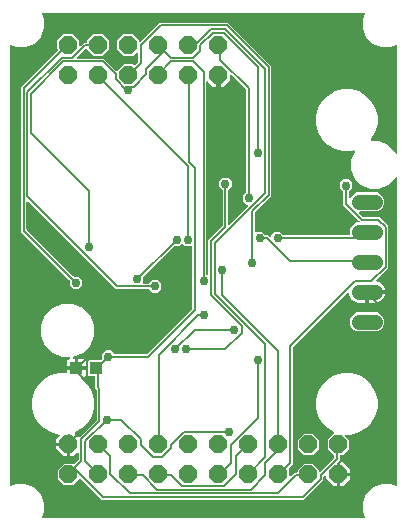
<source format=gbr>
G04 EAGLE Gerber RS-274X export*
G75*
%MOMM*%
%FSLAX34Y34*%
%LPD*%
%INBottom Copper*%
%IPPOS*%
%AMOC8*
5,1,8,0,0,1.08239X$1,22.5*%
G01*
%ADD10R,1.100000X1.000000*%
%ADD11P,1.649562X8X202.500000*%
%ADD12C,1.308000*%
%ADD13P,1.649562X8X22.500000*%
%ADD14C,0.152400*%
%ADD15C,0.756400*%

G36*
X310844Y10930D02*
X310844Y10930D01*
X310890Y10928D01*
X310965Y10950D01*
X311042Y10962D01*
X311082Y10984D01*
X311126Y10997D01*
X311190Y11041D01*
X311259Y11078D01*
X311291Y11111D01*
X311328Y11137D01*
X311375Y11200D01*
X311428Y11256D01*
X311448Y11298D01*
X311475Y11334D01*
X311499Y11408D01*
X311532Y11479D01*
X311537Y11525D01*
X311551Y11568D01*
X311550Y11646D01*
X311559Y11723D01*
X311549Y11768D01*
X311549Y11814D01*
X311511Y11946D01*
X311507Y11964D01*
X311504Y11968D01*
X311502Y11975D01*
X309839Y15990D01*
X309839Y24010D01*
X312909Y31420D01*
X318580Y37091D01*
X325990Y40161D01*
X334010Y40161D01*
X338025Y38498D01*
X338069Y38487D01*
X338111Y38468D01*
X338188Y38459D01*
X338264Y38442D01*
X338310Y38446D01*
X338355Y38441D01*
X338432Y38457D01*
X338509Y38465D01*
X338551Y38483D01*
X338596Y38493D01*
X338663Y38533D01*
X338734Y38565D01*
X338768Y38596D01*
X338807Y38619D01*
X338858Y38678D01*
X338915Y38731D01*
X338937Y38771D01*
X338967Y38806D01*
X338996Y38879D01*
X339033Y38947D01*
X339042Y38992D01*
X339059Y39034D01*
X339074Y39170D01*
X339077Y39189D01*
X339076Y39194D01*
X339077Y39201D01*
X339077Y299547D01*
X339062Y299643D01*
X339052Y299740D01*
X339042Y299764D01*
X339038Y299790D01*
X338992Y299876D01*
X338952Y299965D01*
X338935Y299984D01*
X338922Y300007D01*
X338852Y300074D01*
X338786Y300146D01*
X338763Y300159D01*
X338744Y300177D01*
X338656Y300218D01*
X338570Y300265D01*
X338545Y300269D01*
X338521Y300280D01*
X338424Y300291D01*
X338328Y300308D01*
X338302Y300304D01*
X338277Y300307D01*
X338181Y300287D01*
X338085Y300272D01*
X338062Y300261D01*
X338036Y300255D01*
X337953Y300205D01*
X337866Y300161D01*
X337847Y300142D01*
X337825Y300129D01*
X337762Y300055D01*
X337694Y299985D01*
X337678Y299957D01*
X337665Y299942D01*
X337653Y299911D01*
X337613Y299838D01*
X337091Y298580D01*
X331420Y292909D01*
X324010Y289839D01*
X315990Y289839D01*
X308580Y292909D01*
X302909Y298580D01*
X299839Y305990D01*
X299839Y314010D01*
X302921Y321449D01*
X302926Y321471D01*
X302936Y321490D01*
X302954Y321590D01*
X302977Y321689D01*
X302975Y321711D01*
X302979Y321732D01*
X302963Y321833D01*
X302954Y321934D01*
X302945Y321954D01*
X302941Y321976D01*
X302895Y322066D01*
X302854Y322158D01*
X302839Y322175D01*
X302829Y322194D01*
X302756Y322265D01*
X302687Y322340D01*
X302668Y322350D01*
X302652Y322365D01*
X302561Y322409D01*
X302472Y322458D01*
X302450Y322462D01*
X302430Y322472D01*
X302330Y322484D01*
X302230Y322502D01*
X302208Y322499D01*
X302186Y322501D01*
X302020Y322476D01*
X299644Y321839D01*
X292756Y321839D01*
X286102Y323622D01*
X280137Y327066D01*
X275266Y331937D01*
X271822Y337902D01*
X270039Y344556D01*
X270039Y351444D01*
X271822Y358098D01*
X275266Y364063D01*
X280137Y368934D01*
X286102Y372378D01*
X292756Y374161D01*
X299644Y374161D01*
X306298Y372378D01*
X312263Y368934D01*
X317134Y364063D01*
X320578Y358098D01*
X322361Y351444D01*
X322361Y344556D01*
X320578Y337902D01*
X317134Y331937D01*
X316657Y331460D01*
X316615Y331402D01*
X316566Y331350D01*
X316544Y331303D01*
X316514Y331261D01*
X316492Y331192D01*
X316462Y331127D01*
X316457Y331075D01*
X316441Y331025D01*
X316443Y330954D01*
X316435Y330883D01*
X316446Y330832D01*
X316448Y330780D01*
X316472Y330712D01*
X316487Y330642D01*
X316514Y330597D01*
X316532Y330549D01*
X316577Y330493D01*
X316614Y330431D01*
X316653Y330397D01*
X316686Y330357D01*
X316746Y330318D01*
X316801Y330271D01*
X316849Y330252D01*
X316893Y330224D01*
X316962Y330206D01*
X317029Y330179D01*
X317100Y330171D01*
X317131Y330163D01*
X317154Y330165D01*
X317195Y330161D01*
X324010Y330161D01*
X331420Y327091D01*
X337091Y321420D01*
X337613Y320162D01*
X337664Y320079D01*
X337710Y319993D01*
X337729Y319975D01*
X337742Y319953D01*
X337817Y319890D01*
X337888Y319823D01*
X337912Y319812D01*
X337932Y319796D01*
X338023Y319761D01*
X338111Y319720D01*
X338137Y319717D01*
X338161Y319708D01*
X338259Y319703D01*
X338355Y319693D01*
X338381Y319698D01*
X338407Y319697D01*
X338501Y319724D01*
X338596Y319745D01*
X338618Y319758D01*
X338643Y319766D01*
X338723Y319821D01*
X338807Y319871D01*
X338824Y319891D01*
X338845Y319906D01*
X338904Y319984D01*
X338967Y320058D01*
X338977Y320082D01*
X338992Y320103D01*
X339022Y320196D01*
X339059Y320286D01*
X339062Y320319D01*
X339068Y320337D01*
X339068Y320370D01*
X339077Y320453D01*
X339077Y410799D01*
X339070Y410844D01*
X339072Y410890D01*
X339050Y410965D01*
X339038Y411042D01*
X339016Y411082D01*
X339003Y411126D01*
X338959Y411190D01*
X338922Y411259D01*
X338889Y411291D01*
X338863Y411328D01*
X338800Y411375D01*
X338744Y411428D01*
X338702Y411448D01*
X338666Y411475D01*
X338592Y411499D01*
X338521Y411532D01*
X338475Y411537D01*
X338432Y411551D01*
X338354Y411550D01*
X338277Y411559D01*
X338232Y411549D01*
X338186Y411549D01*
X338054Y411511D01*
X338036Y411507D01*
X338032Y411504D01*
X338025Y411502D01*
X334010Y409839D01*
X325990Y409839D01*
X318580Y412909D01*
X312909Y418580D01*
X309839Y425990D01*
X309839Y434010D01*
X311502Y438025D01*
X311513Y438069D01*
X311532Y438111D01*
X311541Y438188D01*
X311558Y438264D01*
X311554Y438310D01*
X311559Y438355D01*
X311543Y438432D01*
X311535Y438509D01*
X311517Y438551D01*
X311507Y438596D01*
X311467Y438663D01*
X311435Y438734D01*
X311404Y438768D01*
X311381Y438807D01*
X311322Y438858D01*
X311269Y438915D01*
X311229Y438937D01*
X311194Y438967D01*
X311121Y438996D01*
X311053Y439033D01*
X311008Y439042D01*
X310966Y439059D01*
X310830Y439074D01*
X310811Y439077D01*
X310806Y439076D01*
X310799Y439077D01*
X39201Y439077D01*
X39156Y439070D01*
X39110Y439072D01*
X39035Y439050D01*
X38958Y439038D01*
X38918Y439016D01*
X38874Y439003D01*
X38810Y438959D01*
X38741Y438922D01*
X38709Y438889D01*
X38672Y438863D01*
X38625Y438800D01*
X38572Y438744D01*
X38552Y438702D01*
X38525Y438666D01*
X38501Y438592D01*
X38468Y438521D01*
X38463Y438475D01*
X38449Y438432D01*
X38450Y438354D01*
X38441Y438277D01*
X38451Y438232D01*
X38451Y438186D01*
X38489Y438054D01*
X38493Y438036D01*
X38496Y438032D01*
X38498Y438025D01*
X40161Y434010D01*
X40161Y425990D01*
X37091Y418580D01*
X31420Y412909D01*
X24010Y409839D01*
X15990Y409839D01*
X11975Y411502D01*
X11931Y411513D01*
X11889Y411532D01*
X11812Y411541D01*
X11736Y411558D01*
X11690Y411554D01*
X11645Y411559D01*
X11568Y411543D01*
X11491Y411535D01*
X11449Y411517D01*
X11404Y411507D01*
X11337Y411467D01*
X11266Y411435D01*
X11232Y411404D01*
X11193Y411381D01*
X11142Y411322D01*
X11085Y411269D01*
X11063Y411229D01*
X11033Y411194D01*
X11004Y411121D01*
X10967Y411053D01*
X10958Y411008D01*
X10941Y410966D01*
X10926Y410830D01*
X10923Y410811D01*
X10924Y410806D01*
X10923Y410799D01*
X10923Y39201D01*
X10930Y39156D01*
X10928Y39110D01*
X10950Y39035D01*
X10962Y38958D01*
X10984Y38918D01*
X10997Y38874D01*
X11041Y38810D01*
X11078Y38741D01*
X11111Y38709D01*
X11137Y38672D01*
X11200Y38625D01*
X11256Y38572D01*
X11298Y38552D01*
X11334Y38525D01*
X11408Y38501D01*
X11479Y38468D01*
X11525Y38463D01*
X11568Y38449D01*
X11646Y38450D01*
X11723Y38441D01*
X11768Y38451D01*
X11814Y38451D01*
X11946Y38489D01*
X11964Y38493D01*
X11968Y38496D01*
X11975Y38498D01*
X15990Y40161D01*
X24010Y40161D01*
X31420Y37091D01*
X37091Y31420D01*
X40161Y24010D01*
X40161Y15990D01*
X38498Y11975D01*
X38487Y11931D01*
X38468Y11889D01*
X38459Y11812D01*
X38442Y11736D01*
X38446Y11690D01*
X38441Y11645D01*
X38457Y11568D01*
X38465Y11491D01*
X38483Y11449D01*
X38493Y11404D01*
X38533Y11337D01*
X38565Y11266D01*
X38596Y11232D01*
X38619Y11193D01*
X38678Y11142D01*
X38731Y11085D01*
X38771Y11063D01*
X38806Y11033D01*
X38879Y11004D01*
X38947Y10967D01*
X38992Y10958D01*
X39034Y10941D01*
X39170Y10926D01*
X39189Y10923D01*
X39194Y10924D01*
X39201Y10923D01*
X310799Y10923D01*
X310844Y10930D01*
G37*
%LPC*%
G36*
X88969Y26669D02*
X88969Y26669D01*
X71124Y44514D01*
X71107Y44526D01*
X71095Y44542D01*
X71008Y44598D01*
X70924Y44658D01*
X70905Y44664D01*
X70888Y44675D01*
X70788Y44700D01*
X70689Y44730D01*
X70669Y44730D01*
X70650Y44735D01*
X70547Y44727D01*
X70443Y44724D01*
X70424Y44717D01*
X70404Y44716D01*
X70309Y44675D01*
X70212Y44640D01*
X70196Y44627D01*
X70178Y44619D01*
X70047Y44514D01*
X64488Y38955D01*
X56912Y38955D01*
X51555Y44312D01*
X51555Y51888D01*
X56912Y57245D01*
X64488Y57245D01*
X64807Y56926D01*
X64823Y56914D01*
X64836Y56898D01*
X64923Y56842D01*
X65007Y56782D01*
X65026Y56776D01*
X65043Y56765D01*
X65143Y56740D01*
X65242Y56710D01*
X65262Y56710D01*
X65281Y56705D01*
X65384Y56713D01*
X65488Y56716D01*
X65507Y56723D01*
X65526Y56724D01*
X65621Y56765D01*
X65719Y56800D01*
X65734Y56813D01*
X65753Y56821D01*
X65884Y56926D01*
X69118Y60160D01*
X69171Y60234D01*
X69231Y60304D01*
X69243Y60334D01*
X69262Y60360D01*
X69289Y60447D01*
X69323Y60532D01*
X69327Y60573D01*
X69334Y60595D01*
X69333Y60627D01*
X69341Y60699D01*
X69341Y65934D01*
X69330Y66005D01*
X69328Y66076D01*
X69310Y66125D01*
X69302Y66177D01*
X69268Y66240D01*
X69243Y66307D01*
X69211Y66348D01*
X69186Y66394D01*
X69134Y66444D01*
X69090Y66500D01*
X69046Y66528D01*
X69008Y66564D01*
X68943Y66594D01*
X68883Y66633D01*
X68832Y66645D01*
X68785Y66667D01*
X68714Y66675D01*
X68644Y66693D01*
X68592Y66689D01*
X68541Y66694D01*
X68470Y66679D01*
X68399Y66673D01*
X68351Y66653D01*
X68300Y66642D01*
X68239Y66605D01*
X68173Y66577D01*
X68117Y66532D01*
X68089Y66516D01*
X68074Y66498D01*
X68042Y66472D01*
X64909Y63339D01*
X62223Y63339D01*
X62223Y72738D01*
X62220Y72758D01*
X62222Y72777D01*
X62200Y72879D01*
X62183Y72981D01*
X62174Y72998D01*
X62170Y73018D01*
X62117Y73107D01*
X62068Y73198D01*
X62054Y73212D01*
X62044Y73229D01*
X61965Y73296D01*
X61890Y73367D01*
X61872Y73376D01*
X61857Y73389D01*
X61761Y73427D01*
X61667Y73471D01*
X61647Y73473D01*
X61629Y73481D01*
X61462Y73499D01*
X60699Y73499D01*
X60699Y73501D01*
X61462Y73501D01*
X61482Y73504D01*
X61501Y73502D01*
X61603Y73524D01*
X61705Y73541D01*
X61722Y73550D01*
X61742Y73554D01*
X61831Y73607D01*
X61922Y73656D01*
X61936Y73670D01*
X61953Y73680D01*
X62020Y73759D01*
X62091Y73834D01*
X62100Y73852D01*
X62113Y73867D01*
X62152Y73963D01*
X62195Y74057D01*
X62197Y74077D01*
X62205Y74095D01*
X62223Y74262D01*
X62223Y81538D01*
X62204Y81655D01*
X62186Y81773D01*
X62184Y81777D01*
X62183Y81781D01*
X62128Y81887D01*
X62073Y81992D01*
X62070Y81995D01*
X62068Y81998D01*
X61982Y82080D01*
X61897Y82163D01*
X61893Y82165D01*
X61890Y82168D01*
X61782Y82218D01*
X61675Y82269D01*
X61671Y82270D01*
X61667Y82271D01*
X61549Y82284D01*
X61431Y82299D01*
X61426Y82298D01*
X61422Y82298D01*
X61409Y82296D01*
X61265Y82274D01*
X59741Y81865D01*
X59701Y81847D01*
X59658Y81838D01*
X59590Y81797D01*
X59517Y81764D01*
X59485Y81734D01*
X59447Y81712D01*
X59395Y81651D01*
X59337Y81597D01*
X59316Y81558D01*
X59287Y81525D01*
X59257Y81451D01*
X59219Y81380D01*
X59212Y81337D01*
X59195Y81297D01*
X59179Y81152D01*
X59177Y81138D01*
X59177Y81135D01*
X59177Y81130D01*
X59177Y75023D01*
X50539Y75023D01*
X50539Y77709D01*
X53370Y80540D01*
X53412Y80598D01*
X53462Y80650D01*
X53483Y80697D01*
X53514Y80739D01*
X53535Y80808D01*
X53565Y80873D01*
X53571Y80925D01*
X53586Y80975D01*
X53584Y81046D01*
X53592Y81117D01*
X53581Y81168D01*
X53580Y81220D01*
X53555Y81288D01*
X53540Y81358D01*
X53513Y81403D01*
X53495Y81451D01*
X53451Y81507D01*
X53414Y81569D01*
X53374Y81603D01*
X53342Y81643D01*
X53281Y81682D01*
X53227Y81729D01*
X53179Y81748D01*
X53135Y81776D01*
X53065Y81794D01*
X52999Y81821D01*
X52927Y81829D01*
X52896Y81837D01*
X52873Y81835D01*
X52832Y81839D01*
X52756Y81839D01*
X46102Y83622D01*
X40137Y87066D01*
X35266Y91937D01*
X31822Y97902D01*
X30039Y104556D01*
X30039Y111444D01*
X31822Y118098D01*
X35266Y124063D01*
X40137Y128934D01*
X46102Y132378D01*
X52756Y134161D01*
X58568Y134161D01*
X58588Y134164D01*
X58607Y134162D01*
X58709Y134184D01*
X58811Y134200D01*
X58828Y134210D01*
X58848Y134214D01*
X58937Y134267D01*
X59028Y134316D01*
X59042Y134330D01*
X59059Y134340D01*
X59126Y134419D01*
X59198Y134494D01*
X59206Y134512D01*
X59219Y134527D01*
X59258Y134623D01*
X59301Y134717D01*
X59303Y134737D01*
X59311Y134755D01*
X59329Y134922D01*
X59329Y136817D01*
X66608Y136817D01*
X66628Y136820D01*
X66647Y136818D01*
X66749Y136840D01*
X66851Y136857D01*
X66868Y136866D01*
X66888Y136870D01*
X66977Y136923D01*
X67068Y136972D01*
X67082Y136986D01*
X67099Y136996D01*
X67166Y137075D01*
X67237Y137150D01*
X67246Y137168D01*
X67259Y137183D01*
X67298Y137279D01*
X67341Y137373D01*
X67343Y137393D01*
X67351Y137411D01*
X67369Y137578D01*
X67369Y138341D01*
X67371Y138341D01*
X67371Y137578D01*
X67374Y137558D01*
X67372Y137539D01*
X67394Y137437D01*
X67411Y137335D01*
X67420Y137318D01*
X67424Y137298D01*
X67477Y137209D01*
X67526Y137118D01*
X67540Y137104D01*
X67550Y137087D01*
X67629Y137020D01*
X67704Y136949D01*
X67722Y136940D01*
X67737Y136927D01*
X67833Y136888D01*
X67927Y136845D01*
X67947Y136843D01*
X67965Y136835D01*
X68132Y136817D01*
X75411Y136817D01*
X75411Y133005D01*
X75238Y132359D01*
X74903Y131780D01*
X74430Y131307D01*
X73851Y130972D01*
X73204Y130799D01*
X71873Y130799D01*
X71826Y130792D01*
X71778Y130793D01*
X71705Y130772D01*
X71630Y130760D01*
X71588Y130737D01*
X71542Y130723D01*
X71480Y130680D01*
X71413Y130644D01*
X71380Y130610D01*
X71341Y130582D01*
X71296Y130521D01*
X71243Y130466D01*
X71223Y130423D01*
X71195Y130384D01*
X71172Y130312D01*
X71140Y130243D01*
X71135Y130195D01*
X71120Y130150D01*
X71121Y130074D01*
X71113Y129999D01*
X71123Y129952D01*
X71124Y129904D01*
X71149Y129832D01*
X71165Y129758D01*
X71190Y129717D01*
X71206Y129672D01*
X71252Y129612D01*
X71291Y129547D01*
X71328Y129516D01*
X71357Y129478D01*
X71461Y129402D01*
X71478Y129387D01*
X71484Y129385D01*
X71492Y129379D01*
X72263Y128934D01*
X77134Y124063D01*
X80578Y118098D01*
X82361Y111444D01*
X82361Y104556D01*
X80578Y97902D01*
X77134Y91937D01*
X72263Y87066D01*
X66301Y83624D01*
X66210Y83550D01*
X66116Y83474D01*
X66114Y83471D01*
X66110Y83468D01*
X66047Y83367D01*
X65983Y83267D01*
X65982Y83263D01*
X65980Y83260D01*
X65952Y83144D01*
X65923Y83029D01*
X65923Y83025D01*
X65922Y83021D01*
X65933Y82901D01*
X65942Y82784D01*
X65944Y82780D01*
X65944Y82776D01*
X65993Y82663D01*
X66038Y82557D01*
X66041Y82553D01*
X66043Y82550D01*
X66052Y82540D01*
X66143Y82426D01*
X69081Y79488D01*
X69098Y79476D01*
X69110Y79461D01*
X69197Y79405D01*
X69281Y79344D01*
X69300Y79339D01*
X69317Y79328D01*
X69418Y79302D01*
X69516Y79272D01*
X69536Y79273D01*
X69556Y79268D01*
X69658Y79276D01*
X69762Y79278D01*
X69781Y79285D01*
X69801Y79287D01*
X69895Y79327D01*
X69993Y79363D01*
X70009Y79375D01*
X70027Y79383D01*
X70158Y79488D01*
X84358Y93688D01*
X84411Y93762D01*
X84471Y93832D01*
X84483Y93862D01*
X84502Y93888D01*
X84529Y93975D01*
X84563Y94060D01*
X84567Y94101D01*
X84574Y94123D01*
X84573Y94155D01*
X84581Y94227D01*
X84581Y119133D01*
X84567Y119224D01*
X84559Y119314D01*
X84547Y119344D01*
X84542Y119376D01*
X84499Y119457D01*
X84463Y119541D01*
X84437Y119573D01*
X84426Y119594D01*
X84403Y119616D01*
X84358Y119672D01*
X83057Y120973D01*
X83057Y131054D01*
X83054Y131074D01*
X83056Y131093D01*
X83034Y131195D01*
X83018Y131297D01*
X83008Y131314D01*
X83004Y131334D01*
X82951Y131423D01*
X82902Y131514D01*
X82888Y131528D01*
X82878Y131545D01*
X82799Y131612D01*
X82724Y131684D01*
X82706Y131692D01*
X82691Y131705D01*
X82595Y131744D01*
X82501Y131787D01*
X82481Y131789D01*
X82463Y131797D01*
X82296Y131815D01*
X78238Y131815D01*
X77345Y132708D01*
X77345Y143972D01*
X78238Y144865D01*
X87975Y144865D01*
X88065Y144879D01*
X88156Y144887D01*
X88186Y144899D01*
X88218Y144904D01*
X88299Y144947D01*
X88383Y144983D01*
X88415Y145009D01*
X88436Y145020D01*
X88458Y145043D01*
X88514Y145088D01*
X88958Y145532D01*
X89012Y145606D01*
X89071Y145676D01*
X89083Y145706D01*
X89102Y145732D01*
X89129Y145819D01*
X89163Y145904D01*
X89167Y145945D01*
X89174Y145967D01*
X89173Y145999D01*
X89181Y146070D01*
X89181Y150026D01*
X92290Y153135D01*
X96686Y153135D01*
X99483Y150338D01*
X99557Y150285D01*
X99627Y150225D01*
X99657Y150213D01*
X99683Y150194D01*
X99770Y150167D01*
X99855Y150133D01*
X99896Y150129D01*
X99918Y150122D01*
X99950Y150123D01*
X100021Y150115D01*
X126753Y150115D01*
X126844Y150129D01*
X126934Y150137D01*
X126964Y150149D01*
X126996Y150154D01*
X127077Y150197D01*
X127161Y150233D01*
X127193Y150259D01*
X127214Y150270D01*
X127236Y150293D01*
X127292Y150338D01*
X165130Y188176D01*
X165183Y188250D01*
X165243Y188320D01*
X165255Y188350D01*
X165274Y188376D01*
X165301Y188463D01*
X165335Y188548D01*
X165339Y188589D01*
X165346Y188611D01*
X165345Y188643D01*
X165353Y188715D01*
X165353Y241355D01*
X165342Y241425D01*
X165340Y241497D01*
X165322Y241546D01*
X165314Y241597D01*
X165280Y241661D01*
X165255Y241728D01*
X165223Y241769D01*
X165198Y241815D01*
X165146Y241864D01*
X165102Y241920D01*
X165058Y241948D01*
X165020Y241984D01*
X164955Y242014D01*
X164895Y242053D01*
X164844Y242066D01*
X164797Y242088D01*
X164726Y242096D01*
X164656Y242113D01*
X164604Y242109D01*
X164553Y242115D01*
X164482Y242100D01*
X164411Y242094D01*
X164363Y242074D01*
X164312Y242063D01*
X164251Y242026D01*
X164185Y241998D01*
X164129Y241953D01*
X164101Y241936D01*
X164086Y241919D01*
X164054Y241893D01*
X163742Y241581D01*
X159346Y241581D01*
X157510Y243417D01*
X157494Y243428D01*
X157482Y243444D01*
X157394Y243500D01*
X157311Y243560D01*
X157292Y243566D01*
X157275Y243577D01*
X157174Y243602D01*
X157075Y243633D01*
X157056Y243632D01*
X157036Y243637D01*
X156933Y243629D01*
X156830Y243626D01*
X156811Y243620D01*
X156791Y243618D01*
X156696Y243578D01*
X156599Y243542D01*
X156583Y243529D01*
X156565Y243522D01*
X156434Y243417D01*
X154598Y241581D01*
X150642Y241581D01*
X150552Y241567D01*
X150461Y241559D01*
X150432Y241547D01*
X150400Y241542D01*
X150319Y241499D01*
X150235Y241463D01*
X150203Y241437D01*
X150182Y241426D01*
X150160Y241403D01*
X150104Y241358D01*
X124402Y215656D01*
X124349Y215582D01*
X124289Y215512D01*
X124277Y215482D01*
X124258Y215456D01*
X124231Y215369D01*
X124197Y215284D01*
X124193Y215243D01*
X124186Y215221D01*
X124187Y215189D01*
X124179Y215118D01*
X124179Y211162D01*
X123867Y210850D01*
X123825Y210792D01*
X123776Y210740D01*
X123754Y210693D01*
X123724Y210651D01*
X123702Y210582D01*
X123672Y210517D01*
X123667Y210465D01*
X123651Y210415D01*
X123653Y210344D01*
X123645Y210273D01*
X123656Y210222D01*
X123658Y210170D01*
X123682Y210102D01*
X123697Y210032D01*
X123724Y209987D01*
X123742Y209939D01*
X123787Y209883D01*
X123824Y209821D01*
X123863Y209787D01*
X123896Y209747D01*
X123956Y209708D01*
X124011Y209661D01*
X124059Y209642D01*
X124103Y209614D01*
X124172Y209596D01*
X124239Y209569D01*
X124310Y209561D01*
X124341Y209553D01*
X124364Y209555D01*
X124405Y209551D01*
X128579Y209551D01*
X128669Y209565D01*
X128760Y209573D01*
X128789Y209585D01*
X128821Y209590D01*
X128902Y209633D01*
X128986Y209669D01*
X129018Y209695D01*
X129039Y209706D01*
X129061Y209729D01*
X129117Y209774D01*
X131914Y212571D01*
X136310Y212571D01*
X139419Y209462D01*
X139419Y205066D01*
X136310Y201957D01*
X131914Y201957D01*
X129117Y204754D01*
X129043Y204807D01*
X128973Y204867D01*
X128943Y204879D01*
X128917Y204898D01*
X128830Y204925D01*
X128745Y204959D01*
X128704Y204963D01*
X128682Y204970D01*
X128650Y204969D01*
X128579Y204977D01*
X101161Y204977D01*
X99598Y206540D01*
X26446Y279692D01*
X26388Y279734D01*
X26336Y279783D01*
X26289Y279805D01*
X26247Y279835D01*
X26178Y279856D01*
X26113Y279887D01*
X26061Y279892D01*
X26011Y279908D01*
X25940Y279906D01*
X25869Y279914D01*
X25818Y279903D01*
X25766Y279901D01*
X25698Y279877D01*
X25628Y279862D01*
X25584Y279835D01*
X25535Y279817D01*
X25479Y279772D01*
X25417Y279735D01*
X25383Y279696D01*
X25343Y279663D01*
X25304Y279603D01*
X25257Y279548D01*
X25238Y279500D01*
X25210Y279456D01*
X25192Y279387D01*
X25165Y279320D01*
X25157Y279249D01*
X25149Y279218D01*
X25151Y279194D01*
X25147Y279154D01*
X25147Y255771D01*
X25161Y255680D01*
X25169Y255590D01*
X25181Y255560D01*
X25186Y255528D01*
X25229Y255447D01*
X25265Y255363D01*
X25291Y255331D01*
X25302Y255310D01*
X25325Y255288D01*
X25370Y255232D01*
X64760Y215842D01*
X64834Y215789D01*
X64904Y215729D01*
X64934Y215717D01*
X64960Y215698D01*
X65047Y215671D01*
X65132Y215637D01*
X65173Y215633D01*
X65195Y215626D01*
X65227Y215627D01*
X65298Y215619D01*
X69254Y215619D01*
X72363Y212510D01*
X72363Y208114D01*
X69254Y205005D01*
X64858Y205005D01*
X61749Y208114D01*
X61749Y212070D01*
X61735Y212160D01*
X61727Y212251D01*
X61715Y212280D01*
X61710Y212312D01*
X61667Y212393D01*
X61631Y212477D01*
X61605Y212509D01*
X61594Y212530D01*
X61571Y212552D01*
X61526Y212608D01*
X20573Y253561D01*
X20573Y375851D01*
X22136Y377414D01*
X51556Y406834D01*
X51568Y406851D01*
X51584Y406863D01*
X51640Y406950D01*
X51700Y407034D01*
X51706Y407053D01*
X51717Y407070D01*
X51742Y407170D01*
X51772Y407269D01*
X51772Y407289D01*
X51777Y407308D01*
X51769Y407411D01*
X51766Y407515D01*
X51759Y407534D01*
X51758Y407554D01*
X51717Y407649D01*
X51682Y407746D01*
X51669Y407762D01*
X51661Y407780D01*
X51556Y407911D01*
X51355Y408112D01*
X51355Y415688D01*
X56712Y421045D01*
X64288Y421045D01*
X69645Y415688D01*
X69645Y411520D01*
X69656Y411450D01*
X69658Y411378D01*
X69676Y411329D01*
X69684Y411278D01*
X69718Y411214D01*
X69743Y411147D01*
X69775Y411106D01*
X69800Y411060D01*
X69852Y411011D01*
X69896Y410955D01*
X69940Y410927D01*
X69978Y410891D01*
X70043Y410861D01*
X70103Y410822D01*
X70154Y410809D01*
X70201Y410787D01*
X70272Y410779D01*
X70342Y410762D01*
X70394Y410766D01*
X70445Y410760D01*
X70516Y410775D01*
X70587Y410781D01*
X70635Y410801D01*
X70686Y410812D01*
X70747Y410849D01*
X70813Y410877D01*
X70869Y410922D01*
X70897Y410939D01*
X70912Y410956D01*
X70944Y410982D01*
X73729Y413767D01*
X75994Y413767D01*
X76014Y413770D01*
X76033Y413768D01*
X76135Y413790D01*
X76237Y413806D01*
X76254Y413816D01*
X76274Y413820D01*
X76363Y413873D01*
X76454Y413922D01*
X76468Y413936D01*
X76485Y413946D01*
X76552Y414025D01*
X76624Y414100D01*
X76632Y414118D01*
X76645Y414133D01*
X76684Y414229D01*
X76727Y414323D01*
X76729Y414343D01*
X76737Y414361D01*
X76755Y414528D01*
X76755Y415688D01*
X82112Y421045D01*
X89688Y421045D01*
X95045Y415688D01*
X95045Y408112D01*
X89688Y402755D01*
X82112Y402755D01*
X76755Y408112D01*
X76755Y408432D01*
X76752Y408452D01*
X76754Y408471D01*
X76732Y408573D01*
X76716Y408675D01*
X76706Y408692D01*
X76702Y408712D01*
X76649Y408801D01*
X76600Y408892D01*
X76586Y408906D01*
X76576Y408923D01*
X76497Y408990D01*
X76422Y409062D01*
X76404Y409070D01*
X76389Y409083D01*
X76293Y409122D01*
X76199Y409165D01*
X76179Y409167D01*
X76161Y409175D01*
X75994Y409193D01*
X75939Y409193D01*
X75848Y409179D01*
X75758Y409171D01*
X75728Y409159D01*
X75696Y409154D01*
X75615Y409111D01*
X75531Y409075D01*
X75499Y409049D01*
X75478Y409038D01*
X75456Y409015D01*
X75400Y408970D01*
X67780Y401350D01*
X67738Y401292D01*
X67689Y401240D01*
X67667Y401193D01*
X67637Y401151D01*
X67616Y401082D01*
X67585Y401017D01*
X67580Y400965D01*
X67564Y400915D01*
X67566Y400844D01*
X67558Y400773D01*
X67569Y400722D01*
X67571Y400670D01*
X67595Y400602D01*
X67610Y400532D01*
X67637Y400487D01*
X67655Y400439D01*
X67700Y400383D01*
X67737Y400321D01*
X67776Y400287D01*
X67809Y400247D01*
X67869Y400208D01*
X67924Y400161D01*
X67972Y400142D01*
X68016Y400114D01*
X68085Y400096D01*
X68152Y400069D01*
X68223Y400061D01*
X68254Y400053D01*
X68278Y400055D01*
X68318Y400051D01*
X90863Y400051D01*
X100856Y390058D01*
X100914Y390016D01*
X100966Y389967D01*
X101013Y389945D01*
X101055Y389915D01*
X101124Y389894D01*
X101189Y389863D01*
X101241Y389858D01*
X101291Y389842D01*
X101362Y389844D01*
X101433Y389836D01*
X101484Y389847D01*
X101536Y389849D01*
X101604Y389873D01*
X101674Y389888D01*
X101719Y389915D01*
X101767Y389933D01*
X101801Y389960D01*
X101824Y389978D01*
X101885Y390015D01*
X101918Y390054D01*
X101932Y390065D01*
X101933Y390066D01*
X101959Y390087D01*
X101969Y390102D01*
X107512Y395645D01*
X115088Y395645D01*
X116051Y394682D01*
X116067Y394670D01*
X116080Y394654D01*
X116167Y394598D01*
X116251Y394538D01*
X116270Y394532D01*
X116287Y394521D01*
X116387Y394496D01*
X116486Y394466D01*
X116506Y394466D01*
X116525Y394461D01*
X116628Y394469D01*
X116732Y394472D01*
X116751Y394479D01*
X116770Y394480D01*
X116865Y394521D01*
X116963Y394556D01*
X116978Y394569D01*
X116997Y394577D01*
X117128Y394682D01*
X119410Y396964D01*
X119463Y397038D01*
X119523Y397108D01*
X119535Y397138D01*
X119554Y397164D01*
X119581Y397251D01*
X119615Y397336D01*
X119619Y397377D01*
X119626Y397399D01*
X119625Y397431D01*
X119633Y397503D01*
X119633Y405463D01*
X119622Y405534D01*
X119620Y405605D01*
X119602Y405654D01*
X119594Y405706D01*
X119560Y405769D01*
X119535Y405836D01*
X119503Y405877D01*
X119478Y405923D01*
X119426Y405972D01*
X119382Y406028D01*
X119338Y406057D01*
X119300Y406092D01*
X119235Y406123D01*
X119175Y406161D01*
X119124Y406174D01*
X119077Y406196D01*
X119006Y406204D01*
X118936Y406221D01*
X118884Y406217D01*
X118833Y406223D01*
X118762Y406208D01*
X118691Y406202D01*
X118643Y406182D01*
X118592Y406171D01*
X118531Y406134D01*
X118465Y406106D01*
X118409Y406061D01*
X118381Y406045D01*
X118366Y406027D01*
X118334Y406001D01*
X115088Y402755D01*
X107512Y402755D01*
X102155Y408112D01*
X102155Y415688D01*
X107512Y421045D01*
X115088Y421045D01*
X120445Y415688D01*
X120445Y415076D01*
X120456Y415006D01*
X120458Y414934D01*
X120476Y414885D01*
X120484Y414834D01*
X120518Y414770D01*
X120543Y414703D01*
X120575Y414662D01*
X120600Y414616D01*
X120652Y414567D01*
X120696Y414511D01*
X120740Y414483D01*
X120778Y414447D01*
X120843Y414417D01*
X120903Y414378D01*
X120954Y414365D01*
X121001Y414343D01*
X121072Y414335D01*
X121142Y414318D01*
X121194Y414322D01*
X121245Y414316D01*
X121316Y414331D01*
X121387Y414337D01*
X121435Y414357D01*
X121486Y414368D01*
X121547Y414405D01*
X121613Y414433D01*
X121669Y414478D01*
X121697Y414495D01*
X121712Y414512D01*
X121744Y414538D01*
X137737Y430531D01*
X196019Y430531D01*
X232411Y394139D01*
X232411Y284041D01*
X218918Y270548D01*
X218865Y270474D01*
X218805Y270404D01*
X218793Y270374D01*
X218774Y270348D01*
X218747Y270261D01*
X218713Y270176D01*
X218709Y270135D01*
X218702Y270113D01*
X218703Y270081D01*
X218695Y270009D01*
X218695Y253945D01*
X218706Y253875D01*
X218708Y253803D01*
X218726Y253754D01*
X218734Y253703D01*
X218768Y253639D01*
X218793Y253572D01*
X218825Y253531D01*
X218850Y253485D01*
X218902Y253436D01*
X218946Y253380D01*
X218990Y253352D01*
X219028Y253316D01*
X219093Y253286D01*
X219153Y253247D01*
X219204Y253234D01*
X219251Y253212D01*
X219322Y253204D01*
X219392Y253187D01*
X219444Y253191D01*
X219495Y253185D01*
X219566Y253200D01*
X219637Y253206D01*
X219685Y253226D01*
X219736Y253237D01*
X219797Y253274D01*
X219863Y253302D01*
X219919Y253347D01*
X219947Y253364D01*
X219962Y253381D01*
X219994Y253407D01*
X220306Y253719D01*
X224702Y253719D01*
X227499Y250922D01*
X227573Y250869D01*
X227643Y250809D01*
X227673Y250797D01*
X227699Y250778D01*
X227786Y250751D01*
X227871Y250717D01*
X227912Y250713D01*
X227934Y250706D01*
X227966Y250707D01*
X228037Y250699D01*
X229547Y250699D01*
X231138Y249108D01*
X231196Y249066D01*
X231248Y249017D01*
X231295Y248995D01*
X231337Y248965D01*
X231406Y248944D01*
X231471Y248913D01*
X231523Y248908D01*
X231573Y248892D01*
X231644Y248894D01*
X231715Y248886D01*
X231766Y248897D01*
X231818Y248899D01*
X231886Y248923D01*
X231956Y248938D01*
X232001Y248965D01*
X232049Y248983D01*
X232105Y249028D01*
X232167Y249065D01*
X232201Y249104D01*
X232241Y249137D01*
X232280Y249197D01*
X232327Y249252D01*
X232346Y249300D01*
X232374Y249344D01*
X232392Y249413D01*
X232419Y249480D01*
X232427Y249551D01*
X232435Y249582D01*
X232433Y249606D01*
X232437Y249646D01*
X232437Y250610D01*
X235546Y253719D01*
X239942Y253719D01*
X242739Y250922D01*
X242813Y250869D01*
X242883Y250809D01*
X242913Y250797D01*
X242939Y250778D01*
X243026Y250751D01*
X243111Y250717D01*
X243152Y250713D01*
X243174Y250706D01*
X243206Y250707D01*
X243277Y250699D01*
X298070Y250699D01*
X298116Y250706D01*
X298162Y250704D01*
X298236Y250726D01*
X298313Y250738D01*
X298354Y250760D01*
X298398Y250773D01*
X298462Y250817D01*
X298531Y250854D01*
X298562Y250887D01*
X298600Y250913D01*
X298646Y250976D01*
X298700Y251032D01*
X298719Y251074D01*
X298747Y251110D01*
X298771Y251184D01*
X298804Y251255D01*
X298809Y251301D01*
X298823Y251344D01*
X298822Y251422D01*
X298831Y251499D01*
X298821Y251544D01*
X298820Y251590D01*
X298782Y251722D01*
X298778Y251740D01*
X298776Y251744D01*
X298774Y251751D01*
X298755Y251796D01*
X298755Y255004D01*
X299983Y257968D01*
X302252Y260237D01*
X305216Y261465D01*
X306488Y261465D01*
X306558Y261476D01*
X306630Y261478D01*
X306679Y261496D01*
X306730Y261504D01*
X306794Y261538D01*
X306861Y261563D01*
X306902Y261595D01*
X306948Y261620D01*
X306997Y261672D01*
X307053Y261716D01*
X307081Y261760D01*
X307117Y261798D01*
X307147Y261863D01*
X307186Y261923D01*
X307199Y261974D01*
X307221Y262021D01*
X307229Y262092D01*
X307246Y262162D01*
X307242Y262214D01*
X307248Y262265D01*
X307233Y262336D01*
X307227Y262407D01*
X307207Y262455D01*
X307196Y262506D01*
X307159Y262567D01*
X307131Y262633D01*
X307086Y262689D01*
X307069Y262717D01*
X307052Y262732D01*
X307026Y262764D01*
X306862Y262928D01*
X293369Y276421D01*
X293369Y287075D01*
X293355Y287165D01*
X293347Y287256D01*
X293335Y287285D01*
X293330Y287317D01*
X293287Y287398D01*
X293251Y287482D01*
X293225Y287514D01*
X293214Y287535D01*
X293191Y287557D01*
X293146Y287613D01*
X290349Y290410D01*
X290349Y294806D01*
X293458Y297915D01*
X297854Y297915D01*
X300963Y294806D01*
X300963Y290410D01*
X298166Y287613D01*
X298113Y287539D01*
X298053Y287469D01*
X298041Y287439D01*
X298022Y287413D01*
X297995Y287326D01*
X297961Y287241D01*
X297957Y287200D01*
X297950Y287178D01*
X297951Y287146D01*
X297943Y287075D01*
X297943Y282270D01*
X297958Y282173D01*
X297968Y282077D01*
X297978Y282053D01*
X297982Y282027D01*
X298028Y281941D01*
X298068Y281852D01*
X298085Y281833D01*
X298098Y281809D01*
X298168Y281742D01*
X298234Y281671D01*
X298257Y281658D01*
X298276Y281640D01*
X298364Y281599D01*
X298450Y281552D01*
X298475Y281547D01*
X298499Y281536D01*
X298596Y281526D01*
X298692Y281508D01*
X298718Y281512D01*
X298743Y281509D01*
X298839Y281530D01*
X298935Y281544D01*
X298958Y281556D01*
X298984Y281562D01*
X299067Y281612D01*
X299154Y281656D01*
X299173Y281674D01*
X299195Y281688D01*
X299258Y281762D01*
X299326Y281831D01*
X299342Y281860D01*
X299355Y281875D01*
X299367Y281905D01*
X299407Y281978D01*
X299983Y283368D01*
X302252Y285637D01*
X305216Y286865D01*
X321504Y286865D01*
X324468Y285637D01*
X326737Y283368D01*
X327965Y280404D01*
X327965Y277196D01*
X326737Y274232D01*
X324468Y271963D01*
X321504Y270735D01*
X307360Y270735D01*
X307290Y270724D01*
X307218Y270722D01*
X307169Y270704D01*
X307118Y270696D01*
X307054Y270662D01*
X306987Y270637D01*
X306946Y270605D01*
X306900Y270580D01*
X306851Y270528D01*
X306795Y270484D01*
X306767Y270440D01*
X306731Y270402D01*
X306701Y270337D01*
X306662Y270277D01*
X306649Y270226D01*
X306627Y270179D01*
X306619Y270108D01*
X306602Y270038D01*
X306606Y269986D01*
X306600Y269935D01*
X306615Y269864D01*
X306621Y269793D01*
X306641Y269745D01*
X306652Y269694D01*
X306689Y269633D01*
X306717Y269567D01*
X306762Y269511D01*
X306779Y269483D01*
X306796Y269468D01*
X306822Y269436D01*
X310096Y266162D01*
X310170Y266109D01*
X310240Y266049D01*
X310270Y266037D01*
X310296Y266018D01*
X310383Y265991D01*
X310468Y265957D01*
X310509Y265953D01*
X310531Y265946D01*
X310563Y265947D01*
X310635Y265939D01*
X324035Y265939D01*
X331471Y258503D01*
X331471Y223081D01*
X321198Y212808D01*
X321128Y212711D01*
X321057Y212614D01*
X321056Y212611D01*
X321054Y212608D01*
X321019Y212494D01*
X320983Y212379D01*
X320983Y212376D01*
X320982Y212373D01*
X320985Y212252D01*
X320987Y212133D01*
X320988Y212130D01*
X320988Y212127D01*
X321030Y212014D01*
X321070Y211902D01*
X321072Y211899D01*
X321073Y211896D01*
X321148Y211803D01*
X321222Y211708D01*
X321224Y211707D01*
X321226Y211704D01*
X321328Y211639D01*
X321428Y211574D01*
X321431Y211573D01*
X321433Y211571D01*
X321444Y211568D01*
X321588Y211523D01*
X322549Y211332D01*
X324201Y210647D01*
X325689Y209653D01*
X326953Y208389D01*
X327947Y206901D01*
X328632Y205249D01*
X328856Y204123D01*
X314122Y204123D01*
X314102Y204120D01*
X314083Y204122D01*
X313981Y204100D01*
X313879Y204083D01*
X313862Y204074D01*
X313842Y204070D01*
X313753Y204017D01*
X313662Y203968D01*
X313648Y203954D01*
X313631Y203944D01*
X313564Y203865D01*
X313493Y203790D01*
X313484Y203772D01*
X313471Y203757D01*
X313433Y203661D01*
X313389Y203567D01*
X313387Y203547D01*
X313379Y203529D01*
X313361Y203362D01*
X313361Y202599D01*
X312598Y202599D01*
X312578Y202596D01*
X312559Y202598D01*
X312457Y202576D01*
X312355Y202559D01*
X312338Y202550D01*
X312318Y202546D01*
X312229Y202493D01*
X312138Y202444D01*
X312124Y202430D01*
X312107Y202420D01*
X312040Y202341D01*
X311969Y202266D01*
X311960Y202248D01*
X311947Y202233D01*
X311908Y202137D01*
X311865Y202043D01*
X311863Y202023D01*
X311855Y202005D01*
X311837Y201838D01*
X311837Y193519D01*
X305926Y193519D01*
X304171Y193868D01*
X302519Y194553D01*
X301031Y195547D01*
X299767Y196811D01*
X298773Y198299D01*
X298088Y199951D01*
X297792Y201443D01*
X297765Y201514D01*
X297765Y201515D01*
X297764Y201516D01*
X297750Y201554D01*
X297708Y201668D01*
X297706Y201670D01*
X297705Y201673D01*
X297630Y201766D01*
X297555Y201860D01*
X297552Y201862D01*
X297550Y201864D01*
X297449Y201928D01*
X297348Y201993D01*
X297345Y201994D01*
X297342Y201995D01*
X297225Y202024D01*
X297109Y202053D01*
X297106Y202053D01*
X297103Y202053D01*
X296982Y202043D01*
X296864Y202034D01*
X296861Y202033D01*
X296858Y202032D01*
X296746Y201983D01*
X296638Y201938D01*
X296635Y201935D01*
X296632Y201934D01*
X296624Y201927D01*
X296507Y201833D01*
X250922Y156248D01*
X250869Y156174D01*
X250809Y156104D01*
X250797Y156074D01*
X250778Y156048D01*
X250751Y155961D01*
X250717Y155876D01*
X250713Y155835D01*
X250706Y155813D01*
X250707Y155781D01*
X250699Y155709D01*
X250699Y56965D01*
X247172Y53438D01*
X247160Y53421D01*
X247144Y53409D01*
X247088Y53322D01*
X247028Y53238D01*
X247022Y53219D01*
X247011Y53202D01*
X246986Y53102D01*
X246956Y53003D01*
X246956Y52983D01*
X246951Y52964D01*
X246959Y52861D01*
X246962Y52757D01*
X246969Y52738D01*
X246970Y52718D01*
X247011Y52623D01*
X247046Y52526D01*
X247059Y52510D01*
X247067Y52492D01*
X247172Y52361D01*
X247645Y51888D01*
X247645Y46976D01*
X247656Y46906D01*
X247658Y46834D01*
X247676Y46785D01*
X247684Y46734D01*
X247718Y46670D01*
X247743Y46603D01*
X247775Y46562D01*
X247800Y46516D01*
X247852Y46467D01*
X247896Y46411D01*
X247940Y46383D01*
X247978Y46347D01*
X248043Y46317D01*
X248103Y46278D01*
X248154Y46265D01*
X248201Y46243D01*
X248272Y46235D01*
X248342Y46218D01*
X248394Y46222D01*
X248445Y46216D01*
X248516Y46231D01*
X248587Y46237D01*
X248635Y46257D01*
X248686Y46268D01*
X248747Y46305D01*
X248813Y46333D01*
X248869Y46378D01*
X248897Y46395D01*
X248912Y46412D01*
X248944Y46438D01*
X252037Y49531D01*
X253994Y49531D01*
X254014Y49534D01*
X254033Y49532D01*
X254135Y49554D01*
X254237Y49570D01*
X254254Y49580D01*
X254274Y49584D01*
X254363Y49637D01*
X254454Y49686D01*
X254468Y49700D01*
X254485Y49710D01*
X254552Y49789D01*
X254624Y49864D01*
X254632Y49882D01*
X254645Y49897D01*
X254684Y49993D01*
X254727Y50087D01*
X254729Y50107D01*
X254737Y50125D01*
X254755Y50292D01*
X254755Y51888D01*
X260112Y57245D01*
X267688Y57245D01*
X273045Y51888D01*
X273045Y51040D01*
X273056Y50970D01*
X273058Y50898D01*
X273076Y50849D01*
X273084Y50798D01*
X273118Y50734D01*
X273143Y50667D01*
X273175Y50626D01*
X273200Y50580D01*
X273252Y50531D01*
X273296Y50475D01*
X273340Y50447D01*
X273378Y50411D01*
X273443Y50381D01*
X273503Y50342D01*
X273554Y50329D01*
X273601Y50307D01*
X273672Y50299D01*
X273742Y50282D01*
X273794Y50286D01*
X273845Y50280D01*
X273916Y50295D01*
X273987Y50301D01*
X274035Y50321D01*
X274086Y50332D01*
X274147Y50369D01*
X274213Y50397D01*
X274269Y50442D01*
X274297Y50459D01*
X274312Y50476D01*
X274344Y50502D01*
X285526Y61684D01*
X285579Y61758D01*
X285639Y61828D01*
X285651Y61858D01*
X285670Y61884D01*
X285697Y61971D01*
X285731Y62056D01*
X285735Y62097D01*
X285742Y62119D01*
X285741Y62151D01*
X285749Y62223D01*
X285749Y63803D01*
X285735Y63893D01*
X285727Y63984D01*
X285715Y64014D01*
X285710Y64046D01*
X285667Y64126D01*
X285631Y64210D01*
X285605Y64242D01*
X285594Y64263D01*
X285571Y64285D01*
X285526Y64341D01*
X280155Y69712D01*
X280155Y77288D01*
X285646Y82779D01*
X285716Y82876D01*
X285786Y82971D01*
X285787Y82975D01*
X285790Y82979D01*
X285825Y83092D01*
X285861Y83205D01*
X285861Y83210D01*
X285862Y83214D01*
X285859Y83332D01*
X285857Y83451D01*
X285856Y83455D01*
X285856Y83460D01*
X285815Y83572D01*
X285775Y83683D01*
X285773Y83687D01*
X285771Y83691D01*
X285697Y83783D01*
X285624Y83877D01*
X285620Y83880D01*
X285618Y83883D01*
X285606Y83890D01*
X285489Y83976D01*
X280137Y87066D01*
X275266Y91937D01*
X271822Y97902D01*
X270039Y104556D01*
X270039Y111444D01*
X271822Y118098D01*
X275266Y124063D01*
X280137Y128934D01*
X286102Y132378D01*
X292756Y134161D01*
X299644Y134161D01*
X306298Y132378D01*
X312263Y128934D01*
X317134Y124063D01*
X320578Y118098D01*
X322361Y111444D01*
X322361Y104556D01*
X320578Y97902D01*
X317134Y91937D01*
X312263Y87066D01*
X306298Y83622D01*
X299644Y81839D01*
X295731Y81839D01*
X295660Y81828D01*
X295589Y81826D01*
X295540Y81808D01*
X295488Y81800D01*
X295425Y81766D01*
X295358Y81741D01*
X295317Y81709D01*
X295271Y81684D01*
X295222Y81632D01*
X295166Y81588D01*
X295137Y81544D01*
X295102Y81506D01*
X295071Y81441D01*
X295033Y81381D01*
X295020Y81330D01*
X294998Y81283D01*
X294990Y81212D01*
X294973Y81142D01*
X294977Y81090D01*
X294971Y81039D01*
X294986Y80968D01*
X294992Y80897D01*
X295012Y80849D01*
X295023Y80798D01*
X295060Y80737D01*
X295088Y80671D01*
X295133Y80615D01*
X295149Y80587D01*
X295167Y80572D01*
X295193Y80540D01*
X298445Y77288D01*
X298445Y69712D01*
X293088Y64355D01*
X291084Y64355D01*
X291064Y64352D01*
X291045Y64354D01*
X290943Y64332D01*
X290841Y64316D01*
X290824Y64306D01*
X290804Y64302D01*
X290715Y64249D01*
X290624Y64200D01*
X290610Y64186D01*
X290593Y64176D01*
X290526Y64097D01*
X290454Y64022D01*
X290446Y64004D01*
X290433Y63989D01*
X290394Y63893D01*
X290351Y63799D01*
X290349Y63779D01*
X290341Y63761D01*
X290323Y63594D01*
X290323Y60013D01*
X289870Y59560D01*
X289828Y59502D01*
X289779Y59450D01*
X289757Y59403D01*
X289727Y59361D01*
X289723Y59348D01*
X289721Y59347D01*
X289655Y59319D01*
X289599Y59274D01*
X289571Y59257D01*
X289556Y59239D01*
X289524Y59214D01*
X288000Y57690D01*
X287947Y57616D01*
X287887Y57546D01*
X287875Y57516D01*
X287856Y57490D01*
X287829Y57403D01*
X287795Y57318D01*
X287791Y57277D01*
X287784Y57255D01*
X287785Y57223D01*
X287777Y57152D01*
X287777Y48862D01*
X287780Y48842D01*
X287778Y48823D01*
X287800Y48721D01*
X287817Y48619D01*
X287826Y48602D01*
X287830Y48582D01*
X287883Y48493D01*
X287932Y48402D01*
X287946Y48388D01*
X287956Y48371D01*
X288035Y48304D01*
X288110Y48233D01*
X288128Y48224D01*
X288143Y48211D01*
X288239Y48173D01*
X288333Y48129D01*
X288353Y48127D01*
X288371Y48119D01*
X288538Y48101D01*
X289301Y48101D01*
X289301Y48099D01*
X288538Y48099D01*
X288518Y48096D01*
X288499Y48098D01*
X288397Y48076D01*
X288295Y48059D01*
X288278Y48050D01*
X288258Y48046D01*
X288169Y47993D01*
X288078Y47944D01*
X288064Y47930D01*
X288047Y47920D01*
X287980Y47841D01*
X287909Y47766D01*
X287900Y47748D01*
X287887Y47733D01*
X287848Y47637D01*
X287805Y47543D01*
X287803Y47523D01*
X287795Y47505D01*
X287777Y47338D01*
X287777Y37939D01*
X285091Y37939D01*
X279139Y43891D01*
X279139Y46992D01*
X279128Y47062D01*
X279126Y47134D01*
X279108Y47183D01*
X279099Y47234D01*
X279066Y47298D01*
X279041Y47365D01*
X279009Y47406D01*
X278984Y47452D01*
X278932Y47501D01*
X278888Y47557D01*
X278844Y47585D01*
X278806Y47621D01*
X278741Y47651D01*
X278681Y47690D01*
X278630Y47703D01*
X278583Y47725D01*
X278512Y47733D01*
X278442Y47750D01*
X278390Y47746D01*
X278339Y47752D01*
X278268Y47736D01*
X278197Y47731D01*
X278149Y47711D01*
X278098Y47699D01*
X278037Y47663D01*
X277971Y47635D01*
X277915Y47590D01*
X277887Y47573D01*
X277872Y47555D01*
X277840Y47530D01*
X276830Y46520D01*
X276777Y46446D01*
X276717Y46376D01*
X276705Y46346D01*
X276686Y46320D01*
X276659Y46233D01*
X276625Y46148D01*
X276621Y46107D01*
X276614Y46085D01*
X276615Y46053D01*
X276607Y45981D01*
X276607Y43249D01*
X260027Y26669D01*
X88969Y26669D01*
G37*
%LPD*%
G36*
X178398Y216620D02*
X178398Y216620D01*
X178450Y216622D01*
X178518Y216646D01*
X178588Y216661D01*
X178632Y216688D01*
X178681Y216706D01*
X178737Y216751D01*
X178799Y216788D01*
X178833Y216827D01*
X178873Y216860D01*
X178912Y216920D01*
X178959Y216975D01*
X178978Y217023D01*
X179006Y217067D01*
X179024Y217136D01*
X179051Y217203D01*
X179059Y217274D01*
X179067Y217305D01*
X179065Y217328D01*
X179069Y217369D01*
X179069Y246311D01*
X191038Y258280D01*
X191091Y258354D01*
X191151Y258424D01*
X191163Y258454D01*
X191182Y258480D01*
X191209Y258567D01*
X191243Y258652D01*
X191247Y258693D01*
X191254Y258715D01*
X191253Y258747D01*
X191261Y258819D01*
X191261Y288599D01*
X191247Y288689D01*
X191239Y288780D01*
X191227Y288809D01*
X191222Y288841D01*
X191179Y288922D01*
X191143Y289006D01*
X191117Y289038D01*
X191106Y289059D01*
X191083Y289081D01*
X191038Y289137D01*
X188241Y291934D01*
X188241Y296330D01*
X191350Y299439D01*
X195746Y299439D01*
X198855Y296330D01*
X198855Y291934D01*
X196058Y289137D01*
X196005Y289063D01*
X195945Y288993D01*
X195933Y288963D01*
X195914Y288937D01*
X195887Y288850D01*
X195853Y288765D01*
X195849Y288724D01*
X195842Y288702D01*
X195843Y288670D01*
X195835Y288599D01*
X195835Y260342D01*
X195846Y260272D01*
X195848Y260200D01*
X195866Y260151D01*
X195874Y260100D01*
X195908Y260036D01*
X195933Y259969D01*
X195965Y259928D01*
X195990Y259882D01*
X196041Y259833D01*
X196086Y259777D01*
X196130Y259749D01*
X196168Y259713D01*
X196233Y259683D01*
X196293Y259644D01*
X196344Y259631D01*
X196391Y259609D01*
X196462Y259601D01*
X196532Y259584D01*
X196584Y259588D01*
X196635Y259582D01*
X196706Y259597D01*
X196777Y259603D01*
X196825Y259623D01*
X196876Y259634D01*
X196937Y259671D01*
X197003Y259699D01*
X197059Y259744D01*
X197087Y259761D01*
X197102Y259778D01*
X197134Y259804D01*
X212664Y275334D01*
X212706Y275392D01*
X212755Y275444D01*
X212777Y275491D01*
X212807Y275533D01*
X212828Y275602D01*
X212859Y275667D01*
X212864Y275719D01*
X212880Y275769D01*
X212878Y275840D01*
X212886Y275911D01*
X212875Y275962D01*
X212873Y276014D01*
X212849Y276082D01*
X212834Y276152D01*
X212807Y276196D01*
X212789Y276245D01*
X212744Y276301D01*
X212707Y276363D01*
X212668Y276397D01*
X212635Y276437D01*
X212575Y276476D01*
X212520Y276523D01*
X212472Y276542D01*
X212428Y276570D01*
X212359Y276588D01*
X212292Y276615D01*
X212221Y276623D01*
X212190Y276631D01*
X212166Y276629D01*
X212126Y276633D01*
X211162Y276633D01*
X208053Y279742D01*
X208053Y284138D01*
X210850Y286935D01*
X210903Y287009D01*
X210963Y287079D01*
X210975Y287109D01*
X210994Y287135D01*
X211021Y287222D01*
X211055Y287307D01*
X211059Y287348D01*
X211066Y287370D01*
X211065Y287402D01*
X211073Y287473D01*
X211073Y373641D01*
X211059Y373732D01*
X211051Y373822D01*
X211039Y373852D01*
X211034Y373884D01*
X210991Y373965D01*
X210955Y374049D01*
X210929Y374081D01*
X210918Y374102D01*
X210895Y374124D01*
X210850Y374180D01*
X198960Y386070D01*
X198902Y386112D01*
X198850Y386161D01*
X198803Y386183D01*
X198761Y386213D01*
X198692Y386234D01*
X198627Y386265D01*
X198575Y386270D01*
X198525Y386286D01*
X198454Y386284D01*
X198383Y386292D01*
X198332Y386281D01*
X198280Y386279D01*
X198212Y386255D01*
X198142Y386240D01*
X198097Y386213D01*
X198049Y386195D01*
X197993Y386150D01*
X197931Y386113D01*
X197897Y386074D01*
X197857Y386041D01*
X197818Y385981D01*
X197771Y385926D01*
X197752Y385878D01*
X197724Y385834D01*
X197706Y385765D01*
X197679Y385698D01*
X197671Y385627D01*
X197663Y385596D01*
X197665Y385572D01*
X197661Y385532D01*
X197661Y382291D01*
X191709Y376339D01*
X189023Y376339D01*
X189023Y385738D01*
X189020Y385758D01*
X189022Y385777D01*
X189000Y385879D01*
X188983Y385981D01*
X188974Y385998D01*
X188970Y386018D01*
X188917Y386107D01*
X188868Y386198D01*
X188854Y386212D01*
X188844Y386229D01*
X188765Y386296D01*
X188690Y386367D01*
X188672Y386376D01*
X188657Y386389D01*
X188561Y386427D01*
X188467Y386471D01*
X188447Y386473D01*
X188429Y386481D01*
X188262Y386499D01*
X186738Y386499D01*
X186718Y386496D01*
X186699Y386498D01*
X186597Y386476D01*
X186495Y386459D01*
X186478Y386450D01*
X186458Y386446D01*
X186369Y386393D01*
X186278Y386344D01*
X186264Y386330D01*
X186247Y386320D01*
X186180Y386241D01*
X186109Y386166D01*
X186100Y386148D01*
X186087Y386133D01*
X186048Y386037D01*
X186005Y385943D01*
X186003Y385923D01*
X185995Y385905D01*
X185977Y385738D01*
X185977Y376339D01*
X183291Y376339D01*
X178846Y380784D01*
X178788Y380826D01*
X178736Y380876D01*
X178689Y380897D01*
X178647Y380928D01*
X178578Y380949D01*
X178513Y380979D01*
X178461Y380985D01*
X178411Y381000D01*
X178340Y380998D01*
X178269Y381006D01*
X178218Y380995D01*
X178166Y380994D01*
X178098Y380969D01*
X178028Y380954D01*
X177983Y380927D01*
X177935Y380909D01*
X177879Y380865D01*
X177817Y380828D01*
X177783Y380788D01*
X177743Y380756D01*
X177704Y380695D01*
X177657Y380641D01*
X177638Y380593D01*
X177610Y380549D01*
X177592Y380479D01*
X177565Y380413D01*
X177557Y380341D01*
X177549Y380310D01*
X177551Y380287D01*
X177547Y380246D01*
X177547Y217369D01*
X177561Y217279D01*
X177569Y217188D01*
X177581Y217159D01*
X177586Y217127D01*
X177629Y217046D01*
X177665Y216962D01*
X177691Y216930D01*
X177702Y216909D01*
X177725Y216887D01*
X177770Y216831D01*
X177828Y216789D01*
X177880Y216740D01*
X177927Y216718D01*
X177969Y216688D01*
X178038Y216667D01*
X178103Y216636D01*
X178155Y216631D01*
X178205Y216615D01*
X178276Y216617D01*
X178347Y216609D01*
X178398Y216620D01*
G37*
%LPC*%
G36*
X59329Y139863D02*
X59329Y139863D01*
X59329Y143674D01*
X59502Y144321D01*
X59837Y144900D01*
X60310Y145373D01*
X60889Y145708D01*
X61394Y145843D01*
X61416Y145853D01*
X61439Y145857D01*
X61527Y145903D01*
X61618Y145944D01*
X61636Y145960D01*
X61657Y145972D01*
X61725Y146043D01*
X61798Y146111D01*
X61810Y146132D01*
X61826Y146150D01*
X61868Y146240D01*
X61915Y146327D01*
X61920Y146351D01*
X61930Y146373D01*
X61941Y146472D01*
X61958Y146570D01*
X61954Y146594D01*
X61957Y146617D01*
X61936Y146714D01*
X61921Y146813D01*
X61910Y146834D01*
X61905Y146858D01*
X61854Y146943D01*
X61808Y147032D01*
X61791Y147048D01*
X61778Y147069D01*
X61703Y147134D01*
X61632Y147203D01*
X61610Y147213D01*
X61592Y147229D01*
X61499Y147266D01*
X61410Y147309D01*
X61386Y147312D01*
X61363Y147321D01*
X61197Y147339D01*
X55493Y147339D01*
X47164Y150789D01*
X40789Y157164D01*
X37339Y165493D01*
X37339Y174507D01*
X40789Y182836D01*
X47164Y189211D01*
X55493Y192661D01*
X64507Y192661D01*
X72836Y189211D01*
X79211Y182836D01*
X82661Y174507D01*
X82661Y165493D01*
X79211Y157164D01*
X72836Y150789D01*
X64522Y147345D01*
X64439Y147294D01*
X64353Y147248D01*
X64335Y147229D01*
X64313Y147216D01*
X64251Y147141D01*
X64184Y147070D01*
X64173Y147046D01*
X64156Y147026D01*
X64121Y146935D01*
X64080Y146847D01*
X64077Y146821D01*
X64068Y146797D01*
X64064Y146699D01*
X64053Y146603D01*
X64059Y146577D01*
X64057Y146551D01*
X64085Y146457D01*
X64105Y146362D01*
X64119Y146340D01*
X64126Y146315D01*
X64182Y146235D01*
X64231Y146151D01*
X64251Y146134D01*
X64266Y146113D01*
X64344Y146054D01*
X64418Y145991D01*
X64443Y145981D01*
X64464Y145966D01*
X64556Y145936D01*
X64647Y145899D01*
X64679Y145896D01*
X64698Y145890D01*
X64731Y145890D01*
X64813Y145881D01*
X65847Y145881D01*
X65847Y139863D01*
X59329Y139863D01*
G37*
%LPD*%
%LPC*%
G36*
X305216Y169135D02*
X305216Y169135D01*
X302252Y170363D01*
X299983Y172632D01*
X298755Y175596D01*
X298755Y178804D01*
X299983Y181768D01*
X302252Y184037D01*
X305216Y185265D01*
X321504Y185265D01*
X324468Y184037D01*
X326737Y181768D01*
X327965Y178804D01*
X327965Y175596D01*
X326737Y172632D01*
X324468Y170363D01*
X321504Y169135D01*
X305216Y169135D01*
G37*
%LPD*%
%LPC*%
G36*
X260112Y64355D02*
X260112Y64355D01*
X254755Y69712D01*
X254755Y77288D01*
X260112Y82645D01*
X267688Y82645D01*
X273045Y77288D01*
X273045Y69712D01*
X267688Y64355D01*
X260112Y64355D01*
G37*
%LPD*%
%LPC*%
G36*
X314883Y193519D02*
X314883Y193519D01*
X314883Y201077D01*
X328856Y201077D01*
X328632Y199951D01*
X327947Y198299D01*
X326953Y196811D01*
X325689Y195547D01*
X324201Y194553D01*
X322549Y193868D01*
X320794Y193519D01*
X314883Y193519D01*
G37*
%LPD*%
%LPC*%
G36*
X290823Y49623D02*
X290823Y49623D01*
X290823Y58261D01*
X293509Y58261D01*
X299461Y52309D01*
X299461Y49623D01*
X290823Y49623D01*
G37*
%LPD*%
%LPC*%
G36*
X290823Y37939D02*
X290823Y37939D01*
X290823Y46577D01*
X299461Y46577D01*
X299461Y43891D01*
X293509Y37939D01*
X290823Y37939D01*
G37*
%LPD*%
%LPC*%
G36*
X56491Y63339D02*
X56491Y63339D01*
X50539Y69291D01*
X50539Y71977D01*
X59177Y71977D01*
X59177Y63339D01*
X56491Y63339D01*
G37*
%LPD*%
%LPC*%
G36*
X68893Y139863D02*
X68893Y139863D01*
X68893Y145881D01*
X73204Y145881D01*
X73851Y145708D01*
X74430Y145373D01*
X74903Y144900D01*
X75238Y144321D01*
X75411Y143674D01*
X75411Y139863D01*
X68893Y139863D01*
G37*
%LPD*%
D10*
X84370Y138340D03*
X67370Y138340D03*
D11*
X289300Y48100D03*
X263900Y48100D03*
X238500Y48100D03*
X213100Y48100D03*
X187700Y48100D03*
X162300Y48100D03*
X136900Y48100D03*
X111500Y48100D03*
X86100Y48100D03*
X60700Y48100D03*
X289300Y73500D03*
X263900Y73500D03*
X238500Y73500D03*
X213100Y73500D03*
X187700Y73500D03*
X162300Y73500D03*
X136900Y73500D03*
X111500Y73500D03*
X86100Y73500D03*
X60700Y73500D03*
D12*
X306820Y177200D02*
X319900Y177200D01*
X319900Y202600D02*
X306820Y202600D01*
X306820Y228000D02*
X319900Y228000D01*
X319900Y253400D02*
X306820Y253400D01*
X306820Y278800D02*
X319900Y278800D01*
D13*
X60500Y411900D03*
X85900Y411900D03*
X111300Y411900D03*
X136700Y411900D03*
X162100Y411900D03*
X187500Y411900D03*
X60500Y386500D03*
X85900Y386500D03*
X111300Y386500D03*
X136700Y386500D03*
X162100Y386500D03*
X187500Y386500D03*
D14*
X85344Y137160D02*
X85344Y121920D01*
X86868Y120396D01*
X86868Y92964D01*
X71628Y77724D01*
X71628Y59436D01*
X65532Y53340D02*
X60960Y48768D01*
X65532Y53340D02*
X71628Y59436D01*
X85344Y137160D02*
X84370Y138340D01*
X60960Y48768D02*
X60700Y48100D01*
X85344Y138684D02*
X94488Y147828D01*
X85344Y138684D02*
X84370Y138340D01*
X163068Y312420D02*
X163068Y385572D01*
X163068Y312420D02*
X167640Y307848D01*
X167640Y187452D01*
X128016Y147828D01*
X94488Y147828D01*
X163068Y385572D02*
X162100Y386500D01*
X288036Y73152D02*
X288036Y60960D01*
X274320Y47244D01*
X274320Y44196D01*
X259080Y28956D01*
X89916Y28956D01*
X65532Y53340D01*
X288036Y73152D02*
X289300Y73500D01*
X65532Y53340D02*
X60700Y48100D01*
D15*
X94488Y147828D03*
D14*
X68580Y137160D02*
X68580Y134112D01*
X83820Y118872D01*
X83820Y97536D01*
X60960Y74676D01*
X68580Y137160D02*
X67370Y138340D01*
X60960Y74676D02*
X60700Y73500D01*
X89916Y160020D02*
X131064Y160020D01*
X89916Y160020D02*
X68580Y138684D01*
X67370Y138340D01*
X188976Y336804D02*
X188976Y385572D01*
X188976Y336804D02*
X198120Y327660D01*
X188976Y385572D02*
X187500Y386500D01*
X289560Y57912D02*
X289560Y48768D01*
X289560Y57912D02*
X329184Y97536D01*
X329184Y185928D01*
X313944Y201168D01*
X289560Y48768D02*
X289300Y48100D01*
X313944Y201168D02*
X313360Y202600D01*
X185928Y304800D02*
X185928Y315468D01*
X198120Y327660D01*
X182880Y301752D02*
X182880Y278892D01*
X182880Y301752D02*
X185928Y304800D01*
D15*
X131064Y160020D03*
X198120Y327660D03*
X185928Y304800D03*
X182880Y278892D03*
D14*
X92964Y94488D02*
X74676Y76200D01*
X74676Y59436D01*
X85344Y48768D01*
X86100Y48100D01*
X85344Y411480D02*
X74676Y411480D01*
X64008Y400812D01*
X54864Y400812D01*
X25908Y371856D01*
X25908Y283464D01*
X102108Y207264D01*
X134112Y207264D01*
X85344Y411480D02*
X85900Y411900D01*
X158496Y83820D02*
X196596Y83820D01*
X158496Y83820D02*
X147828Y73152D01*
X147828Y70104D01*
X140208Y62484D01*
X132588Y62484D01*
X121920Y73152D01*
X121920Y77724D01*
X105156Y94488D01*
X92964Y94488D01*
D15*
X92964Y94488D03*
X134112Y207264D03*
X196596Y83820D03*
D14*
X220980Y320040D02*
X220980Y393192D01*
X192024Y422148D01*
X182880Y422148D01*
X172212Y411480D01*
X172212Y406908D01*
X166116Y400812D01*
X147828Y400812D01*
X141732Y406908D02*
X137160Y411480D01*
X141732Y406908D02*
X147828Y400812D01*
X137160Y411480D02*
X136700Y411900D01*
X114300Y376428D02*
X111252Y373380D01*
X114300Y376428D02*
X115824Y376428D01*
X126492Y387096D01*
X126492Y391668D01*
X141732Y406908D01*
X136700Y411900D01*
X77724Y288036D02*
X77724Y240792D01*
X77724Y288036D02*
X28956Y336804D01*
X28956Y370332D01*
X56388Y397764D01*
X89916Y397764D01*
X100584Y387096D01*
X100584Y382524D01*
X109728Y373380D01*
X111252Y373380D01*
D15*
X220980Y320040D03*
X111252Y373380D03*
X77724Y240792D03*
D14*
X193548Y257556D02*
X193548Y294132D01*
X193548Y257556D02*
X181356Y245364D01*
X181356Y199644D01*
X207264Y173736D01*
X207264Y167640D01*
X193548Y153924D01*
X160020Y153924D01*
D15*
X193548Y294132D03*
X160020Y153924D03*
D14*
X161544Y246888D02*
X161544Y309372D01*
X85344Y385572D01*
X85900Y386500D01*
D15*
X161544Y246888D03*
D14*
X190500Y220980D02*
X190500Y199644D01*
X237744Y152400D01*
X237744Y74676D01*
X238500Y73500D01*
X123444Y47244D02*
X112776Y47244D01*
X123444Y47244D02*
X135636Y35052D01*
X214884Y35052D01*
X227076Y47244D01*
X227076Y57912D01*
X237744Y68580D01*
X237744Y73152D01*
X112776Y47244D02*
X111500Y48100D01*
X237744Y73152D02*
X238500Y73500D01*
D15*
X190500Y220980D03*
D14*
X175260Y211836D02*
X175260Y388620D01*
X166116Y397764D01*
X147828Y397764D01*
X137160Y387096D01*
X136700Y386500D01*
D15*
X175260Y211836D03*
D14*
X216408Y227076D02*
X216408Y271272D01*
X230124Y284988D01*
X230124Y393192D01*
X195072Y428244D01*
X138684Y428244D01*
X121920Y411480D01*
X121920Y396240D01*
X112776Y387096D01*
X111300Y386500D01*
D15*
X216408Y227076D03*
D14*
X175260Y182880D02*
X170688Y182880D01*
X137160Y149352D01*
X137160Y74676D01*
X136900Y73500D01*
D15*
X175260Y182880D03*
D14*
X147828Y47244D02*
X137160Y47244D01*
X147828Y47244D02*
X156972Y38100D01*
X192024Y38100D01*
X202692Y48768D01*
X202692Y64008D01*
X211836Y73152D01*
X136900Y48100D02*
X137160Y47244D01*
X211836Y73152D02*
X213100Y73500D01*
X295656Y277368D02*
X295656Y292608D01*
X295656Y277368D02*
X309372Y263652D01*
X323088Y263652D01*
X329184Y257556D01*
X329184Y224028D01*
X316992Y211836D01*
X303276Y211836D01*
X248412Y156972D01*
X248412Y57912D01*
X239268Y48768D01*
X238500Y48100D01*
D15*
X295656Y292608D03*
D14*
X152400Y246888D02*
X118872Y213360D01*
X222504Y248412D02*
X228600Y248412D01*
X248412Y228600D01*
X312420Y228600D01*
X313360Y228000D01*
D15*
X118872Y213360D03*
X152400Y246888D03*
X222504Y248412D03*
D14*
X167640Y170688D02*
X150876Y153924D01*
X167640Y170688D02*
X201168Y170688D01*
X237744Y248412D02*
X307848Y248412D01*
X312420Y252984D01*
X313360Y253400D01*
D15*
X150876Y153924D03*
X201168Y170688D03*
X237744Y248412D03*
D14*
X59436Y411480D02*
X22860Y374904D01*
X22860Y254508D01*
X67056Y210312D01*
X59436Y411480D02*
X60500Y411900D01*
X252984Y47244D02*
X263652Y47244D01*
X252984Y47244D02*
X237744Y32004D01*
X112776Y32004D01*
X96012Y48768D01*
X96012Y64008D01*
X86868Y73152D01*
X263652Y47244D02*
X263900Y48100D01*
X86868Y73152D02*
X86100Y73500D01*
D15*
X67056Y210312D03*
D14*
X163068Y413004D02*
X169164Y413004D01*
X181356Y425196D01*
X193548Y425196D01*
X227076Y391668D01*
X227076Y286512D01*
X184404Y243840D01*
X184404Y201168D01*
X227076Y158496D01*
X227076Y62484D01*
X213360Y48768D01*
X162100Y411900D02*
X163068Y413004D01*
X213360Y48768D02*
X213100Y48100D01*
X188976Y399288D02*
X188976Y411480D01*
X188976Y399288D02*
X213360Y374904D01*
X213360Y281940D01*
X220980Y144780D02*
X220980Y96012D01*
X198120Y73152D01*
X198120Y57912D01*
X188976Y48768D01*
X188976Y411480D02*
X187500Y411900D01*
X188976Y48768D02*
X187700Y48100D01*
D15*
X213360Y281940D03*
X220980Y144780D03*
M02*

</source>
